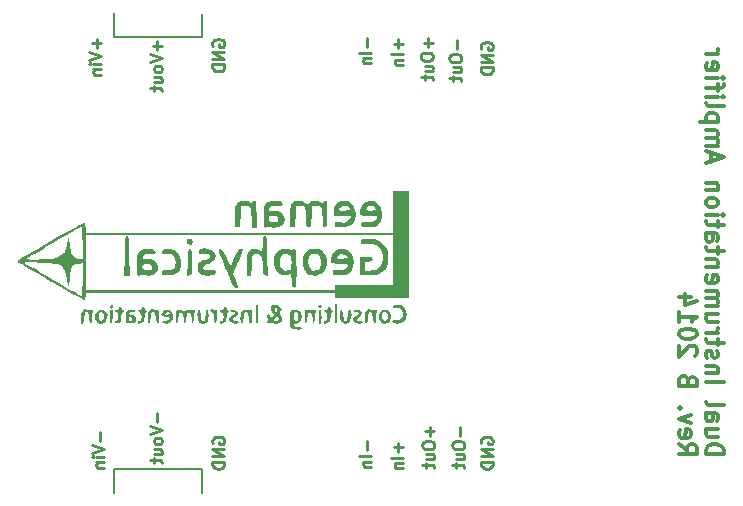
<source format=gbo>
G04 (created by PCBNEW (2013-07-07 BZR 4022)-stable) date 12/7/2014 8:29:54 AM*
%MOIN*%
G04 Gerber Fmt 3.4, Leading zero omitted, Abs format*
%FSLAX34Y34*%
G01*
G70*
G90*
G04 APERTURE LIST*
%ADD10C,0.00590551*%
%ADD11C,0.00787402*%
%ADD12C,0.011811*%
%ADD13C,0.01*%
%ADD14C,0.0001*%
G04 APERTURE END LIST*
G54D10*
G54D11*
X54900Y-51400D02*
X54900Y-52200D01*
X57850Y-52200D02*
X57850Y-51450D01*
X54900Y-52200D02*
X57850Y-52200D01*
X54900Y-67400D02*
X54900Y-66600D01*
X57850Y-67400D02*
X57850Y-66600D01*
X54900Y-66600D02*
X57850Y-66600D01*
X54900Y-67400D02*
X54900Y-66600D01*
G54D12*
X73740Y-65785D02*
X74022Y-65982D01*
X73740Y-66123D02*
X74331Y-66123D01*
X74331Y-65898D01*
X74303Y-65842D01*
X74275Y-65814D01*
X74219Y-65785D01*
X74134Y-65785D01*
X74078Y-65814D01*
X74050Y-65842D01*
X74022Y-65898D01*
X74022Y-66123D01*
X73769Y-65307D02*
X73740Y-65364D01*
X73740Y-65476D01*
X73769Y-65532D01*
X73825Y-65560D01*
X74050Y-65560D01*
X74106Y-65532D01*
X74134Y-65476D01*
X74134Y-65364D01*
X74106Y-65307D01*
X74050Y-65279D01*
X73994Y-65279D01*
X73937Y-65560D01*
X74134Y-65082D02*
X73740Y-64942D01*
X74134Y-64801D01*
X73797Y-64576D02*
X73769Y-64548D01*
X73740Y-64576D01*
X73769Y-64604D01*
X73797Y-64576D01*
X73740Y-64576D01*
X74050Y-63648D02*
X74022Y-63564D01*
X73994Y-63536D01*
X73937Y-63508D01*
X73853Y-63508D01*
X73797Y-63536D01*
X73769Y-63564D01*
X73740Y-63620D01*
X73740Y-63845D01*
X74331Y-63845D01*
X74331Y-63648D01*
X74303Y-63592D01*
X74275Y-63564D01*
X74219Y-63536D01*
X74162Y-63536D01*
X74106Y-63564D01*
X74078Y-63592D01*
X74050Y-63648D01*
X74050Y-63845D01*
X74275Y-62833D02*
X74303Y-62805D01*
X74331Y-62748D01*
X74331Y-62608D01*
X74303Y-62551D01*
X74275Y-62523D01*
X74219Y-62495D01*
X74162Y-62495D01*
X74078Y-62523D01*
X73740Y-62861D01*
X73740Y-62495D01*
X74331Y-62130D02*
X74331Y-62073D01*
X74303Y-62017D01*
X74275Y-61989D01*
X74219Y-61961D01*
X74106Y-61933D01*
X73965Y-61933D01*
X73853Y-61961D01*
X73797Y-61989D01*
X73769Y-62017D01*
X73740Y-62073D01*
X73740Y-62130D01*
X73769Y-62186D01*
X73797Y-62214D01*
X73853Y-62242D01*
X73965Y-62270D01*
X74106Y-62270D01*
X74219Y-62242D01*
X74275Y-62214D01*
X74303Y-62186D01*
X74331Y-62130D01*
X73740Y-61370D02*
X73740Y-61708D01*
X73740Y-61539D02*
X74331Y-61539D01*
X74247Y-61595D01*
X74190Y-61652D01*
X74162Y-61708D01*
X74134Y-60864D02*
X73740Y-60864D01*
X74359Y-61005D02*
X73937Y-61145D01*
X73937Y-60780D01*
X74640Y-66118D02*
X75230Y-66118D01*
X75230Y-65977D01*
X75202Y-65893D01*
X75146Y-65837D01*
X75090Y-65808D01*
X74977Y-65780D01*
X74893Y-65780D01*
X74780Y-65808D01*
X74724Y-65837D01*
X74668Y-65893D01*
X74640Y-65977D01*
X74640Y-66118D01*
X75034Y-65274D02*
X74640Y-65274D01*
X75034Y-65527D02*
X74724Y-65527D01*
X74668Y-65499D01*
X74640Y-65443D01*
X74640Y-65358D01*
X74668Y-65302D01*
X74696Y-65274D01*
X74640Y-64740D02*
X74949Y-64740D01*
X75005Y-64768D01*
X75034Y-64824D01*
X75034Y-64937D01*
X75005Y-64993D01*
X74668Y-64740D02*
X74640Y-64796D01*
X74640Y-64937D01*
X74668Y-64993D01*
X74724Y-65021D01*
X74780Y-65021D01*
X74837Y-64993D01*
X74865Y-64937D01*
X74865Y-64796D01*
X74893Y-64740D01*
X74640Y-64374D02*
X74668Y-64430D01*
X74724Y-64459D01*
X75230Y-64459D01*
X74640Y-63699D02*
X75230Y-63699D01*
X75034Y-63418D02*
X74640Y-63418D01*
X74977Y-63418D02*
X75005Y-63390D01*
X75034Y-63334D01*
X75034Y-63249D01*
X75005Y-63193D01*
X74949Y-63165D01*
X74640Y-63165D01*
X74668Y-62912D02*
X74640Y-62856D01*
X74640Y-62743D01*
X74668Y-62687D01*
X74724Y-62659D01*
X74752Y-62659D01*
X74809Y-62687D01*
X74837Y-62743D01*
X74837Y-62828D01*
X74865Y-62884D01*
X74921Y-62912D01*
X74949Y-62912D01*
X75005Y-62884D01*
X75034Y-62828D01*
X75034Y-62743D01*
X75005Y-62687D01*
X75034Y-62490D02*
X75034Y-62265D01*
X75230Y-62406D02*
X74724Y-62406D01*
X74668Y-62378D01*
X74640Y-62321D01*
X74640Y-62265D01*
X74640Y-62068D02*
X75034Y-62068D01*
X74921Y-62068D02*
X74977Y-62040D01*
X75005Y-62012D01*
X75034Y-61956D01*
X75034Y-61900D01*
X75034Y-61450D02*
X74640Y-61450D01*
X75034Y-61703D02*
X74724Y-61703D01*
X74668Y-61675D01*
X74640Y-61618D01*
X74640Y-61534D01*
X74668Y-61478D01*
X74696Y-61450D01*
X74640Y-61168D02*
X75034Y-61168D01*
X74977Y-61168D02*
X75005Y-61140D01*
X75034Y-61084D01*
X75034Y-61000D01*
X75005Y-60943D01*
X74949Y-60915D01*
X74640Y-60915D01*
X74949Y-60915D02*
X75005Y-60887D01*
X75034Y-60831D01*
X75034Y-60747D01*
X75005Y-60690D01*
X74949Y-60662D01*
X74640Y-60662D01*
X74668Y-60156D02*
X74640Y-60212D01*
X74640Y-60325D01*
X74668Y-60381D01*
X74724Y-60409D01*
X74949Y-60409D01*
X75005Y-60381D01*
X75034Y-60325D01*
X75034Y-60212D01*
X75005Y-60156D01*
X74949Y-60128D01*
X74893Y-60128D01*
X74837Y-60409D01*
X75034Y-59875D02*
X74640Y-59875D01*
X74977Y-59875D02*
X75005Y-59847D01*
X75034Y-59790D01*
X75034Y-59706D01*
X75005Y-59650D01*
X74949Y-59622D01*
X74640Y-59622D01*
X75034Y-59425D02*
X75034Y-59200D01*
X75230Y-59340D02*
X74724Y-59340D01*
X74668Y-59312D01*
X74640Y-59256D01*
X74640Y-59200D01*
X74640Y-58750D02*
X74949Y-58750D01*
X75005Y-58778D01*
X75034Y-58834D01*
X75034Y-58947D01*
X75005Y-59003D01*
X74668Y-58750D02*
X74640Y-58806D01*
X74640Y-58947D01*
X74668Y-59003D01*
X74724Y-59031D01*
X74780Y-59031D01*
X74837Y-59003D01*
X74865Y-58947D01*
X74865Y-58806D01*
X74893Y-58750D01*
X75034Y-58553D02*
X75034Y-58328D01*
X75230Y-58469D02*
X74724Y-58469D01*
X74668Y-58441D01*
X74640Y-58384D01*
X74640Y-58328D01*
X74640Y-58131D02*
X75034Y-58131D01*
X75230Y-58131D02*
X75202Y-58159D01*
X75174Y-58131D01*
X75202Y-58103D01*
X75230Y-58131D01*
X75174Y-58131D01*
X74640Y-57766D02*
X74668Y-57822D01*
X74696Y-57850D01*
X74752Y-57878D01*
X74921Y-57878D01*
X74977Y-57850D01*
X75005Y-57822D01*
X75034Y-57766D01*
X75034Y-57681D01*
X75005Y-57625D01*
X74977Y-57597D01*
X74921Y-57569D01*
X74752Y-57569D01*
X74696Y-57597D01*
X74668Y-57625D01*
X74640Y-57681D01*
X74640Y-57766D01*
X75034Y-57316D02*
X74640Y-57316D01*
X74977Y-57316D02*
X75005Y-57288D01*
X75034Y-57231D01*
X75034Y-57147D01*
X75005Y-57091D01*
X74949Y-57063D01*
X74640Y-57063D01*
X74809Y-56360D02*
X74809Y-56078D01*
X74640Y-56416D02*
X75230Y-56219D01*
X74640Y-56022D01*
X74640Y-55825D02*
X75034Y-55825D01*
X74977Y-55825D02*
X75005Y-55797D01*
X75034Y-55741D01*
X75034Y-55657D01*
X75005Y-55600D01*
X74949Y-55572D01*
X74640Y-55572D01*
X74949Y-55572D02*
X75005Y-55544D01*
X75034Y-55488D01*
X75034Y-55403D01*
X75005Y-55347D01*
X74949Y-55319D01*
X74640Y-55319D01*
X75034Y-55038D02*
X74443Y-55038D01*
X75005Y-55038D02*
X75034Y-54982D01*
X75034Y-54869D01*
X75005Y-54813D01*
X74977Y-54785D01*
X74921Y-54757D01*
X74752Y-54757D01*
X74696Y-54785D01*
X74668Y-54813D01*
X74640Y-54869D01*
X74640Y-54982D01*
X74668Y-55038D01*
X74640Y-54419D02*
X74668Y-54475D01*
X74724Y-54504D01*
X75230Y-54504D01*
X74640Y-54194D02*
X75034Y-54194D01*
X75230Y-54194D02*
X75202Y-54222D01*
X75174Y-54194D01*
X75202Y-54166D01*
X75230Y-54194D01*
X75174Y-54194D01*
X75034Y-53997D02*
X75034Y-53772D01*
X74640Y-53913D02*
X75146Y-53913D01*
X75202Y-53885D01*
X75230Y-53829D01*
X75230Y-53772D01*
X74640Y-53576D02*
X75034Y-53576D01*
X75230Y-53576D02*
X75202Y-53604D01*
X75174Y-53576D01*
X75202Y-53547D01*
X75230Y-53576D01*
X75174Y-53576D01*
X74668Y-53069D02*
X74640Y-53126D01*
X74640Y-53238D01*
X74668Y-53294D01*
X74724Y-53322D01*
X74949Y-53322D01*
X75005Y-53294D01*
X75034Y-53238D01*
X75034Y-53126D01*
X75005Y-53069D01*
X74949Y-53041D01*
X74893Y-53041D01*
X74837Y-53322D01*
X74640Y-52788D02*
X75034Y-52788D01*
X74921Y-52788D02*
X74977Y-52760D01*
X75005Y-52732D01*
X75034Y-52676D01*
X75034Y-52619D01*
G54D13*
X54438Y-65361D02*
X54438Y-65666D01*
X54191Y-65799D02*
X54591Y-65932D01*
X54191Y-66066D01*
X54591Y-66199D02*
X54324Y-66199D01*
X54191Y-66199D02*
X54210Y-66180D01*
X54229Y-66199D01*
X54210Y-66218D01*
X54191Y-66199D01*
X54229Y-66199D01*
X54324Y-66389D02*
X54591Y-66389D01*
X54362Y-66389D02*
X54343Y-66408D01*
X54324Y-66446D01*
X54324Y-66504D01*
X54343Y-66542D01*
X54381Y-66561D01*
X54591Y-66561D01*
X56359Y-64750D02*
X56359Y-65054D01*
X56111Y-65188D02*
X56511Y-65321D01*
X56111Y-65454D01*
X56511Y-65645D02*
X56492Y-65607D01*
X56473Y-65588D01*
X56435Y-65569D01*
X56321Y-65569D01*
X56283Y-65588D01*
X56264Y-65607D01*
X56245Y-65645D01*
X56245Y-65702D01*
X56264Y-65740D01*
X56283Y-65759D01*
X56321Y-65778D01*
X56435Y-65778D01*
X56473Y-65759D01*
X56492Y-65740D01*
X56511Y-65702D01*
X56511Y-65645D01*
X56245Y-66121D02*
X56511Y-66121D01*
X56245Y-65950D02*
X56454Y-65950D01*
X56492Y-65969D01*
X56511Y-66007D01*
X56511Y-66064D01*
X56492Y-66102D01*
X56473Y-66121D01*
X56245Y-66254D02*
X56245Y-66407D01*
X56111Y-66311D02*
X56454Y-66311D01*
X56492Y-66330D01*
X56511Y-66369D01*
X56511Y-66407D01*
X58210Y-65756D02*
X58191Y-65718D01*
X58191Y-65661D01*
X58210Y-65604D01*
X58248Y-65566D01*
X58286Y-65546D01*
X58362Y-65527D01*
X58419Y-65527D01*
X58496Y-65546D01*
X58534Y-65566D01*
X58572Y-65604D01*
X58591Y-65661D01*
X58591Y-65699D01*
X58572Y-65756D01*
X58553Y-65775D01*
X58419Y-65775D01*
X58419Y-65699D01*
X58591Y-65946D02*
X58191Y-65946D01*
X58591Y-66175D01*
X58191Y-66175D01*
X58591Y-66366D02*
X58191Y-66366D01*
X58191Y-66461D01*
X58210Y-66518D01*
X58248Y-66556D01*
X58286Y-66575D01*
X58362Y-66594D01*
X58419Y-66594D01*
X58496Y-66575D01*
X58534Y-66556D01*
X58572Y-66518D01*
X58591Y-66461D01*
X58591Y-66366D01*
X58210Y-52506D02*
X58191Y-52468D01*
X58191Y-52411D01*
X58210Y-52354D01*
X58248Y-52316D01*
X58286Y-52296D01*
X58362Y-52277D01*
X58419Y-52277D01*
X58496Y-52296D01*
X58534Y-52316D01*
X58572Y-52354D01*
X58591Y-52411D01*
X58591Y-52449D01*
X58572Y-52506D01*
X58553Y-52525D01*
X58419Y-52525D01*
X58419Y-52449D01*
X58591Y-52696D02*
X58191Y-52696D01*
X58591Y-52925D01*
X58191Y-52925D01*
X58591Y-53116D02*
X58191Y-53116D01*
X58191Y-53211D01*
X58210Y-53268D01*
X58248Y-53306D01*
X58286Y-53325D01*
X58362Y-53344D01*
X58419Y-53344D01*
X58496Y-53325D01*
X58534Y-53306D01*
X58572Y-53268D01*
X58591Y-53211D01*
X58591Y-53116D01*
X56359Y-52350D02*
X56359Y-52654D01*
X56511Y-52502D02*
X56207Y-52502D01*
X56111Y-52788D02*
X56511Y-52921D01*
X56111Y-53054D01*
X56511Y-53245D02*
X56492Y-53207D01*
X56473Y-53188D01*
X56435Y-53169D01*
X56321Y-53169D01*
X56283Y-53188D01*
X56264Y-53207D01*
X56245Y-53245D01*
X56245Y-53302D01*
X56264Y-53340D01*
X56283Y-53359D01*
X56321Y-53378D01*
X56435Y-53378D01*
X56473Y-53359D01*
X56492Y-53340D01*
X56511Y-53302D01*
X56511Y-53245D01*
X56245Y-53721D02*
X56511Y-53721D01*
X56245Y-53550D02*
X56454Y-53550D01*
X56492Y-53569D01*
X56511Y-53607D01*
X56511Y-53664D01*
X56492Y-53702D01*
X56473Y-53721D01*
X56245Y-53854D02*
X56245Y-54007D01*
X56111Y-53911D02*
X56454Y-53911D01*
X56492Y-53930D01*
X56511Y-53969D01*
X56511Y-54007D01*
X54338Y-52261D02*
X54338Y-52566D01*
X54491Y-52413D02*
X54186Y-52413D01*
X54091Y-52699D02*
X54491Y-52832D01*
X54091Y-52966D01*
X54491Y-53099D02*
X54224Y-53099D01*
X54091Y-53099D02*
X54110Y-53080D01*
X54129Y-53099D01*
X54110Y-53118D01*
X54091Y-53099D01*
X54129Y-53099D01*
X54224Y-53289D02*
X54491Y-53289D01*
X54262Y-53289D02*
X54243Y-53308D01*
X54224Y-53346D01*
X54224Y-53404D01*
X54243Y-53442D01*
X54281Y-53461D01*
X54491Y-53461D01*
X67160Y-52606D02*
X67141Y-52568D01*
X67141Y-52511D01*
X67160Y-52454D01*
X67198Y-52416D01*
X67236Y-52396D01*
X67312Y-52377D01*
X67369Y-52377D01*
X67446Y-52396D01*
X67484Y-52416D01*
X67522Y-52454D01*
X67541Y-52511D01*
X67541Y-52549D01*
X67522Y-52606D01*
X67503Y-52625D01*
X67369Y-52625D01*
X67369Y-52549D01*
X67541Y-52796D02*
X67141Y-52796D01*
X67541Y-53025D01*
X67141Y-53025D01*
X67541Y-53216D02*
X67141Y-53216D01*
X67141Y-53311D01*
X67160Y-53368D01*
X67198Y-53406D01*
X67236Y-53425D01*
X67312Y-53444D01*
X67369Y-53444D01*
X67446Y-53425D01*
X67484Y-53406D01*
X67522Y-53368D01*
X67541Y-53311D01*
X67541Y-53216D01*
X66338Y-52304D02*
X66338Y-52608D01*
X66091Y-52875D02*
X66091Y-52951D01*
X66110Y-52989D01*
X66148Y-53027D01*
X66224Y-53046D01*
X66357Y-53046D01*
X66434Y-53027D01*
X66472Y-52989D01*
X66491Y-52951D01*
X66491Y-52875D01*
X66472Y-52837D01*
X66434Y-52799D01*
X66357Y-52780D01*
X66224Y-52780D01*
X66148Y-52799D01*
X66110Y-52837D01*
X66091Y-52875D01*
X66224Y-53389D02*
X66491Y-53389D01*
X66224Y-53218D02*
X66434Y-53218D01*
X66472Y-53237D01*
X66491Y-53275D01*
X66491Y-53332D01*
X66472Y-53370D01*
X66453Y-53389D01*
X66224Y-53523D02*
X66224Y-53675D01*
X66091Y-53580D02*
X66434Y-53580D01*
X66472Y-53599D01*
X66491Y-53637D01*
X66491Y-53675D01*
X65388Y-52254D02*
X65388Y-52558D01*
X65541Y-52406D02*
X65236Y-52406D01*
X65141Y-52825D02*
X65141Y-52901D01*
X65160Y-52939D01*
X65198Y-52977D01*
X65274Y-52996D01*
X65407Y-52996D01*
X65484Y-52977D01*
X65522Y-52939D01*
X65541Y-52901D01*
X65541Y-52825D01*
X65522Y-52787D01*
X65484Y-52749D01*
X65407Y-52730D01*
X65274Y-52730D01*
X65198Y-52749D01*
X65160Y-52787D01*
X65141Y-52825D01*
X65274Y-53339D02*
X65541Y-53339D01*
X65274Y-53168D02*
X65484Y-53168D01*
X65522Y-53187D01*
X65541Y-53225D01*
X65541Y-53282D01*
X65522Y-53320D01*
X65503Y-53339D01*
X65274Y-53473D02*
X65274Y-53625D01*
X65141Y-53530D02*
X65484Y-53530D01*
X65522Y-53549D01*
X65541Y-53587D01*
X65541Y-53625D01*
X64388Y-52282D02*
X64388Y-52587D01*
X64541Y-52435D02*
X64236Y-52435D01*
X64541Y-52777D02*
X64141Y-52777D01*
X64274Y-52968D02*
X64541Y-52968D01*
X64312Y-52968D02*
X64293Y-52987D01*
X64274Y-53025D01*
X64274Y-53082D01*
X64293Y-53120D01*
X64331Y-53139D01*
X64541Y-53139D01*
X63338Y-52232D02*
X63338Y-52537D01*
X63491Y-52727D02*
X63091Y-52727D01*
X63224Y-52918D02*
X63491Y-52918D01*
X63262Y-52918D02*
X63243Y-52937D01*
X63224Y-52975D01*
X63224Y-53032D01*
X63243Y-53070D01*
X63281Y-53089D01*
X63491Y-53089D01*
X67160Y-65756D02*
X67141Y-65718D01*
X67141Y-65661D01*
X67160Y-65604D01*
X67198Y-65566D01*
X67236Y-65546D01*
X67312Y-65527D01*
X67369Y-65527D01*
X67446Y-65546D01*
X67484Y-65566D01*
X67522Y-65604D01*
X67541Y-65661D01*
X67541Y-65699D01*
X67522Y-65756D01*
X67503Y-65775D01*
X67369Y-65775D01*
X67369Y-65699D01*
X67541Y-65946D02*
X67141Y-65946D01*
X67541Y-66175D01*
X67141Y-66175D01*
X67541Y-66366D02*
X67141Y-66366D01*
X67141Y-66461D01*
X67160Y-66518D01*
X67198Y-66556D01*
X67236Y-66575D01*
X67312Y-66594D01*
X67369Y-66594D01*
X67446Y-66575D01*
X67484Y-66556D01*
X67522Y-66518D01*
X67541Y-66461D01*
X67541Y-66366D01*
X66438Y-65204D02*
X66438Y-65508D01*
X66191Y-65775D02*
X66191Y-65851D01*
X66210Y-65889D01*
X66248Y-65927D01*
X66324Y-65946D01*
X66457Y-65946D01*
X66534Y-65927D01*
X66572Y-65889D01*
X66591Y-65851D01*
X66591Y-65775D01*
X66572Y-65737D01*
X66534Y-65699D01*
X66457Y-65680D01*
X66324Y-65680D01*
X66248Y-65699D01*
X66210Y-65737D01*
X66191Y-65775D01*
X66324Y-66289D02*
X66591Y-66289D01*
X66324Y-66118D02*
X66534Y-66118D01*
X66572Y-66137D01*
X66591Y-66175D01*
X66591Y-66232D01*
X66572Y-66270D01*
X66553Y-66289D01*
X66324Y-66423D02*
X66324Y-66575D01*
X66191Y-66480D02*
X66534Y-66480D01*
X66572Y-66499D01*
X66591Y-66537D01*
X66591Y-66575D01*
X65438Y-65204D02*
X65438Y-65508D01*
X65591Y-65356D02*
X65286Y-65356D01*
X65191Y-65775D02*
X65191Y-65851D01*
X65210Y-65889D01*
X65248Y-65927D01*
X65324Y-65946D01*
X65457Y-65946D01*
X65534Y-65927D01*
X65572Y-65889D01*
X65591Y-65851D01*
X65591Y-65775D01*
X65572Y-65737D01*
X65534Y-65699D01*
X65457Y-65680D01*
X65324Y-65680D01*
X65248Y-65699D01*
X65210Y-65737D01*
X65191Y-65775D01*
X65324Y-66289D02*
X65591Y-66289D01*
X65324Y-66118D02*
X65534Y-66118D01*
X65572Y-66137D01*
X65591Y-66175D01*
X65591Y-66232D01*
X65572Y-66270D01*
X65553Y-66289D01*
X65324Y-66423D02*
X65324Y-66575D01*
X65191Y-66480D02*
X65534Y-66480D01*
X65572Y-66499D01*
X65591Y-66537D01*
X65591Y-66575D01*
X63338Y-65682D02*
X63338Y-65987D01*
X63491Y-66177D02*
X63091Y-66177D01*
X63224Y-66368D02*
X63491Y-66368D01*
X63262Y-66368D02*
X63243Y-66387D01*
X63224Y-66425D01*
X63224Y-66482D01*
X63243Y-66520D01*
X63281Y-66539D01*
X63491Y-66539D01*
X64388Y-65732D02*
X64388Y-66037D01*
X64541Y-65885D02*
X64236Y-65885D01*
X64541Y-66227D02*
X64141Y-66227D01*
X64274Y-66418D02*
X64541Y-66418D01*
X64312Y-66418D02*
X64293Y-66437D01*
X64274Y-66475D01*
X64274Y-66532D01*
X64293Y-66570D01*
X64331Y-66589D01*
X64541Y-66589D01*
G54D14*
G36*
X61177Y-61531D02*
X61154Y-61657D01*
X61086Y-61734D01*
X61056Y-61741D01*
X61056Y-61527D01*
X61055Y-61515D01*
X61043Y-61425D01*
X61016Y-61385D01*
X60979Y-61378D01*
X60933Y-61391D01*
X60909Y-61443D01*
X60901Y-61507D01*
X60908Y-61616D01*
X60947Y-61672D01*
X61017Y-61671D01*
X61019Y-61670D01*
X61051Y-61626D01*
X61056Y-61527D01*
X61056Y-61741D01*
X60975Y-61761D01*
X60972Y-61761D01*
X60910Y-61780D01*
X60898Y-61824D01*
X60937Y-61867D01*
X60962Y-61878D01*
X61050Y-61885D01*
X61095Y-61878D01*
X61149Y-61875D01*
X61162Y-61909D01*
X61133Y-61944D01*
X61063Y-61960D01*
X60973Y-61958D01*
X60886Y-61936D01*
X60843Y-61914D01*
X60811Y-61880D01*
X60791Y-61829D01*
X60781Y-61743D01*
X60779Y-61608D01*
X60779Y-61589D01*
X60779Y-61453D01*
X60785Y-61370D01*
X60799Y-61326D01*
X60825Y-61308D01*
X60862Y-61301D01*
X61010Y-61296D01*
X61106Y-61326D01*
X61159Y-61396D01*
X61177Y-61513D01*
X61177Y-61531D01*
X61177Y-61531D01*
X61177Y-61531D01*
G37*
G36*
X54198Y-61299D02*
X54188Y-61521D01*
X54179Y-61646D01*
X54163Y-61716D01*
X54138Y-61743D01*
X54129Y-61744D01*
X54095Y-61724D01*
X54079Y-61655D01*
X54075Y-61591D01*
X54065Y-61462D01*
X54038Y-61389D01*
X53991Y-61362D01*
X53978Y-61361D01*
X53948Y-61385D01*
X53929Y-61462D01*
X53922Y-61550D01*
X53907Y-61664D01*
X53881Y-61738D01*
X53848Y-61762D01*
X53815Y-61729D01*
X53808Y-61712D01*
X53795Y-61626D01*
X53803Y-61516D01*
X53826Y-61407D01*
X53862Y-61326D01*
X53880Y-61306D01*
X53940Y-61280D01*
X53972Y-61284D01*
X54027Y-61298D01*
X54101Y-61301D01*
X54198Y-61299D01*
X54198Y-61299D01*
X54198Y-61299D01*
G37*
G36*
X54695Y-61474D02*
X54690Y-61587D01*
X54643Y-61687D01*
X54583Y-61732D01*
X54583Y-61490D01*
X54551Y-61413D01*
X54499Y-61370D01*
X54468Y-61367D01*
X54426Y-61405D01*
X54402Y-61481D01*
X54401Y-61567D01*
X54424Y-61639D01*
X54429Y-61644D01*
X54486Y-61675D01*
X54543Y-61650D01*
X54582Y-61577D01*
X54583Y-61490D01*
X54583Y-61732D01*
X54566Y-61745D01*
X54466Y-61760D01*
X54371Y-61728D01*
X54348Y-61709D01*
X54283Y-61607D01*
X54268Y-61498D01*
X54299Y-61399D01*
X54372Y-61327D01*
X54458Y-61300D01*
X54571Y-61316D01*
X54653Y-61379D01*
X54695Y-61474D01*
X54695Y-61474D01*
X54695Y-61474D01*
G37*
G36*
X54868Y-61336D02*
X54865Y-61380D01*
X54862Y-61470D01*
X54862Y-61561D01*
X54856Y-61686D01*
X54839Y-61750D01*
X54807Y-61756D01*
X54784Y-61739D01*
X54773Y-61696D01*
X54765Y-61607D01*
X54762Y-61503D01*
X54764Y-61386D01*
X54774Y-61323D01*
X54795Y-61300D01*
X54818Y-61300D01*
X54863Y-61321D01*
X54868Y-61336D01*
X54868Y-61336D01*
X54868Y-61336D01*
G37*
G36*
X55256Y-61313D02*
X55251Y-61353D01*
X55214Y-61384D01*
X55181Y-61436D01*
X55159Y-61536D01*
X55156Y-61578D01*
X55147Y-61677D01*
X55128Y-61727D01*
X55088Y-61748D01*
X55037Y-61755D01*
X54959Y-61753D01*
X54930Y-61725D01*
X54929Y-61711D01*
X54954Y-61670D01*
X54987Y-61668D01*
X55026Y-61660D01*
X55047Y-61612D01*
X55055Y-61540D01*
X55056Y-61450D01*
X55037Y-61404D01*
X54994Y-61384D01*
X54947Y-61353D01*
X54954Y-61315D01*
X55008Y-61294D01*
X55014Y-61294D01*
X55056Y-61267D01*
X55062Y-61242D01*
X55086Y-61202D01*
X55120Y-61202D01*
X55165Y-61231D01*
X55170Y-61254D01*
X55189Y-61289D01*
X55212Y-61294D01*
X55256Y-61313D01*
X55256Y-61313D01*
X55256Y-61313D01*
G37*
G36*
X55644Y-61650D02*
X55633Y-61681D01*
X55600Y-61730D01*
X55548Y-61751D01*
X55522Y-61751D01*
X55522Y-61633D01*
X55517Y-61580D01*
X55482Y-61534D01*
X55462Y-61528D01*
X55419Y-61553D01*
X55404Y-61608D01*
X55425Y-61658D01*
X55432Y-61663D01*
X55489Y-61672D01*
X55522Y-61633D01*
X55522Y-61751D01*
X55454Y-61753D01*
X55446Y-61753D01*
X55295Y-61746D01*
X55295Y-61560D01*
X55302Y-61450D01*
X55319Y-61365D01*
X55335Y-61334D01*
X55388Y-61308D01*
X55466Y-61295D01*
X55545Y-61296D01*
X55605Y-61309D01*
X55621Y-61335D01*
X55581Y-61364D01*
X55512Y-61376D01*
X55439Y-61390D01*
X55404Y-61419D01*
X55421Y-61451D01*
X55491Y-61461D01*
X55590Y-61487D01*
X55644Y-61555D01*
X55644Y-61650D01*
X55644Y-61650D01*
X55644Y-61650D01*
G37*
G36*
X55995Y-61344D02*
X55977Y-61389D01*
X55962Y-61394D01*
X55942Y-61424D01*
X55930Y-61499D01*
X55929Y-61538D01*
X55920Y-61636D01*
X55898Y-61708D01*
X55889Y-61721D01*
X55828Y-61754D01*
X55758Y-61759D01*
X55706Y-61737D01*
X55695Y-61711D01*
X55723Y-61670D01*
X55762Y-61661D01*
X55806Y-61649D01*
X55825Y-61603D01*
X55829Y-61531D01*
X55820Y-61441D01*
X55790Y-61396D01*
X55762Y-61385D01*
X55708Y-61355D01*
X55695Y-61331D01*
X55723Y-61301D01*
X55762Y-61294D01*
X55816Y-61273D01*
X55829Y-61244D01*
X55855Y-61200D01*
X55879Y-61194D01*
X55923Y-61221D01*
X55929Y-61244D01*
X55946Y-61289D01*
X55962Y-61294D01*
X55991Y-61321D01*
X55995Y-61344D01*
X55995Y-61344D01*
X55995Y-61344D01*
G37*
G36*
X56412Y-61528D02*
X56408Y-61649D01*
X56397Y-61717D01*
X56373Y-61743D01*
X56362Y-61744D01*
X56329Y-61723D01*
X56307Y-61651D01*
X56295Y-61561D01*
X56282Y-61454D01*
X56262Y-61398D01*
X56230Y-61379D01*
X56212Y-61378D01*
X56173Y-61386D01*
X56151Y-61422D01*
X56140Y-61501D01*
X56135Y-61569D01*
X56124Y-61690D01*
X56103Y-61751D01*
X56072Y-61755D01*
X56051Y-61739D01*
X56038Y-61695D01*
X56030Y-61608D01*
X56029Y-61555D01*
X56045Y-61429D01*
X56088Y-61334D01*
X56150Y-61282D01*
X56214Y-61283D01*
X56293Y-61302D01*
X56340Y-61307D01*
X56379Y-61315D01*
X56400Y-61343D01*
X56410Y-61408D01*
X56412Y-61523D01*
X56412Y-61528D01*
X56412Y-61528D01*
X56412Y-61528D01*
G37*
G36*
X56892Y-61485D02*
X56884Y-61598D01*
X56827Y-61691D01*
X56729Y-61749D01*
X56647Y-61761D01*
X56564Y-61752D01*
X56514Y-61730D01*
X56512Y-61727D01*
X56519Y-61693D01*
X56561Y-61667D01*
X56608Y-61666D01*
X56618Y-61672D01*
X56661Y-61676D01*
X56716Y-61646D01*
X56756Y-61599D01*
X56762Y-61576D01*
X56762Y-61429D01*
X56738Y-61383D01*
X56684Y-61377D01*
X56635Y-61407D01*
X56603Y-61446D01*
X56623Y-61459D01*
X56671Y-61461D01*
X56737Y-61451D01*
X56762Y-61429D01*
X56762Y-61576D01*
X56738Y-61542D01*
X56662Y-61528D01*
X56629Y-61528D01*
X56532Y-61515D01*
X56494Y-61474D01*
X56511Y-61397D01*
X56530Y-61359D01*
X56591Y-61307D01*
X56681Y-61292D01*
X56774Y-61313D01*
X56843Y-61368D01*
X56892Y-61485D01*
X56892Y-61485D01*
X56892Y-61485D01*
G37*
G36*
X57598Y-61309D02*
X57588Y-61524D01*
X57576Y-61655D01*
X57554Y-61734D01*
X57537Y-61753D01*
X57510Y-61739D01*
X57497Y-61670D01*
X57495Y-61601D01*
X57483Y-61469D01*
X57446Y-61395D01*
X57444Y-61393D01*
X57390Y-61369D01*
X57352Y-61403D01*
X57329Y-61499D01*
X57322Y-61575D01*
X57306Y-61689D01*
X57281Y-61748D01*
X57255Y-61750D01*
X57235Y-61693D01*
X57229Y-61601D01*
X57216Y-61469D01*
X57179Y-61395D01*
X57177Y-61393D01*
X57123Y-61369D01*
X57086Y-61403D01*
X57063Y-61499D01*
X57055Y-61575D01*
X57041Y-61680D01*
X57015Y-61744D01*
X57002Y-61753D01*
X56979Y-61745D01*
X56968Y-61696D01*
X56967Y-61594D01*
X56969Y-61539D01*
X56975Y-61419D01*
X56986Y-61349D01*
X57008Y-61316D01*
X57048Y-61303D01*
X57072Y-61300D01*
X57157Y-61305D01*
X57211Y-61327D01*
X57260Y-61345D01*
X57277Y-61330D01*
X57320Y-61311D01*
X57405Y-61302D01*
X57448Y-61302D01*
X57598Y-61309D01*
X57598Y-61309D01*
X57598Y-61309D01*
G37*
G36*
X58062Y-61493D02*
X58058Y-61611D01*
X58042Y-61680D01*
X58010Y-61718D01*
X57997Y-61726D01*
X57883Y-61759D01*
X57782Y-61735D01*
X57748Y-61708D01*
X57716Y-61648D01*
X57697Y-61556D01*
X57692Y-61455D01*
X57701Y-61364D01*
X57724Y-61306D01*
X57745Y-61294D01*
X57777Y-61313D01*
X57792Y-61376D01*
X57795Y-61454D01*
X57808Y-61585D01*
X57844Y-61660D01*
X57902Y-61675D01*
X57916Y-61671D01*
X57947Y-61627D01*
X57961Y-61522D01*
X57962Y-61474D01*
X57966Y-61365D01*
X57983Y-61309D01*
X58012Y-61294D01*
X58041Y-61310D01*
X58057Y-61364D01*
X58062Y-61471D01*
X58062Y-61493D01*
X58062Y-61493D01*
X58062Y-61493D01*
G37*
G36*
X58359Y-61374D02*
X58357Y-61475D01*
X58355Y-61517D01*
X58343Y-61649D01*
X58322Y-61730D01*
X58298Y-61757D01*
X58276Y-61726D01*
X58259Y-61634D01*
X58255Y-61588D01*
X58244Y-61479D01*
X58221Y-61416D01*
X58179Y-61382D01*
X58170Y-61378D01*
X58120Y-61340D01*
X58110Y-61303D01*
X58142Y-61287D01*
X58166Y-61291D01*
X58235Y-61299D01*
X58288Y-61299D01*
X58329Y-61301D01*
X58351Y-61321D01*
X58359Y-61374D01*
X58359Y-61374D01*
X58359Y-61374D01*
G37*
G36*
X58729Y-61344D02*
X58711Y-61389D01*
X58695Y-61394D01*
X58675Y-61424D01*
X58663Y-61499D01*
X58662Y-61538D01*
X58653Y-61636D01*
X58631Y-61708D01*
X58622Y-61721D01*
X58561Y-61754D01*
X58491Y-61759D01*
X58440Y-61737D01*
X58429Y-61711D01*
X58456Y-61670D01*
X58495Y-61661D01*
X58539Y-61650D01*
X58558Y-61604D01*
X58562Y-61528D01*
X58556Y-61440D01*
X58534Y-61402D01*
X58495Y-61394D01*
X58441Y-61373D01*
X58429Y-61344D01*
X58456Y-61303D01*
X58495Y-61294D01*
X58549Y-61273D01*
X58562Y-61244D01*
X58589Y-61200D01*
X58612Y-61194D01*
X58656Y-61221D01*
X58662Y-61244D01*
X58680Y-61289D01*
X58695Y-61294D01*
X58725Y-61321D01*
X58729Y-61344D01*
X58729Y-61344D01*
X58729Y-61344D01*
G37*
G36*
X59062Y-61709D02*
X59035Y-61748D01*
X58969Y-61762D01*
X58886Y-61753D01*
X58810Y-61721D01*
X58781Y-61697D01*
X58747Y-61619D01*
X58772Y-61540D01*
X58848Y-61475D01*
X58883Y-61459D01*
X58938Y-61420D01*
X58936Y-61383D01*
X58881Y-61366D01*
X58854Y-61368D01*
X58792Y-61358D01*
X58770Y-61334D01*
X58784Y-61305D01*
X58839Y-61296D01*
X58914Y-61305D01*
X58987Y-61328D01*
X59038Y-61364D01*
X59042Y-61369D01*
X59057Y-61446D01*
X59019Y-61514D01*
X58940Y-61554D01*
X58933Y-61555D01*
X58877Y-61582D01*
X58862Y-61613D01*
X58879Y-61653D01*
X58940Y-61666D01*
X59004Y-61663D01*
X59053Y-61681D01*
X59062Y-61709D01*
X59062Y-61709D01*
X59062Y-61709D01*
G37*
G36*
X59512Y-61312D02*
X59505Y-61511D01*
X59501Y-61622D01*
X59498Y-61706D01*
X59497Y-61739D01*
X59471Y-61756D01*
X59454Y-61753D01*
X59427Y-61714D01*
X59404Y-61628D01*
X59395Y-61558D01*
X59382Y-61452D01*
X59362Y-61398D01*
X59328Y-61379D01*
X59312Y-61378D01*
X59273Y-61386D01*
X59251Y-61422D01*
X59240Y-61501D01*
X59235Y-61569D01*
X59224Y-61690D01*
X59203Y-61751D01*
X59172Y-61755D01*
X59151Y-61739D01*
X59132Y-61685D01*
X59127Y-61592D01*
X59133Y-61485D01*
X59148Y-61390D01*
X59172Y-61333D01*
X59175Y-61330D01*
X59236Y-61308D01*
X59332Y-61300D01*
X59367Y-61302D01*
X59512Y-61312D01*
X59512Y-61312D01*
X59512Y-61312D01*
G37*
G36*
X59724Y-61250D02*
X59723Y-61377D01*
X59721Y-61433D01*
X59712Y-61602D01*
X59696Y-61708D01*
X59673Y-61752D01*
X59670Y-61753D01*
X59650Y-61742D01*
X59637Y-61689D01*
X59630Y-61584D01*
X59629Y-61447D01*
X59630Y-61296D01*
X59636Y-61200D01*
X59649Y-61148D01*
X59670Y-61129D01*
X59680Y-61128D01*
X59704Y-61137D01*
X59718Y-61174D01*
X59724Y-61250D01*
X59724Y-61250D01*
X59724Y-61250D01*
G37*
G36*
X60524Y-61579D02*
X60506Y-61661D01*
X60468Y-61706D01*
X60396Y-61743D01*
X60395Y-61743D01*
X60395Y-61593D01*
X60379Y-61526D01*
X60356Y-61521D01*
X60356Y-61286D01*
X60335Y-61227D01*
X60312Y-61211D01*
X60282Y-61239D01*
X60268Y-61286D01*
X60276Y-61347D01*
X60312Y-61361D01*
X60353Y-61338D01*
X60356Y-61286D01*
X60356Y-61521D01*
X60334Y-61518D01*
X60276Y-61564D01*
X60237Y-61617D01*
X60246Y-61650D01*
X60260Y-61660D01*
X60331Y-61675D01*
X60383Y-61640D01*
X60395Y-61593D01*
X60395Y-61743D01*
X60304Y-61759D01*
X60221Y-61752D01*
X60177Y-61725D01*
X60143Y-61706D01*
X60118Y-61725D01*
X60065Y-61755D01*
X60015Y-61757D01*
X59995Y-61734D01*
X60016Y-61690D01*
X60035Y-61667D01*
X60058Y-61622D01*
X60035Y-61588D01*
X60001Y-61527D01*
X60000Y-61465D01*
X60031Y-61429D01*
X60043Y-61428D01*
X60090Y-61455D01*
X60113Y-61497D01*
X60134Y-61544D01*
X60164Y-61537D01*
X60195Y-61511D01*
X60236Y-61467D01*
X60230Y-61432D01*
X60192Y-61391D01*
X60135Y-61301D01*
X60137Y-61216D01*
X60193Y-61153D01*
X60295Y-61128D01*
X60299Y-61128D01*
X60388Y-61148D01*
X60461Y-61198D01*
X60495Y-61260D01*
X60495Y-61265D01*
X60481Y-61319D01*
X60459Y-61366D01*
X60442Y-61434D01*
X60476Y-61491D01*
X60524Y-61579D01*
X60524Y-61579D01*
X60524Y-61579D01*
G37*
G36*
X61631Y-61305D02*
X61622Y-61522D01*
X61609Y-61654D01*
X61588Y-61733D01*
X61570Y-61753D01*
X61543Y-61739D01*
X61530Y-61670D01*
X61529Y-61601D01*
X61516Y-61469D01*
X61479Y-61395D01*
X61477Y-61393D01*
X61423Y-61369D01*
X61386Y-61403D01*
X61363Y-61499D01*
X61355Y-61575D01*
X61341Y-61680D01*
X61315Y-61744D01*
X61302Y-61753D01*
X61279Y-61745D01*
X61268Y-61696D01*
X61267Y-61594D01*
X61269Y-61539D01*
X61279Y-61311D01*
X61455Y-61308D01*
X61631Y-61305D01*
X61631Y-61305D01*
X61631Y-61305D01*
G37*
G36*
X61829Y-61528D02*
X61824Y-61664D01*
X61810Y-61740D01*
X61783Y-61760D01*
X61751Y-61739D01*
X61739Y-61696D01*
X61731Y-61607D01*
X61729Y-61505D01*
X61732Y-61386D01*
X61744Y-61320D01*
X61769Y-61295D01*
X61779Y-61294D01*
X61806Y-61308D01*
X61821Y-61357D01*
X61828Y-61454D01*
X61829Y-61528D01*
X61829Y-61528D01*
X61829Y-61528D01*
G37*
G36*
X62227Y-61348D02*
X62212Y-61368D01*
X62187Y-61379D01*
X62146Y-61417D01*
X62130Y-61500D01*
X62129Y-61541D01*
X62119Y-61638D01*
X62097Y-61709D01*
X62089Y-61721D01*
X62027Y-61754D01*
X61957Y-61759D01*
X61906Y-61736D01*
X61895Y-61709D01*
X61921Y-61670D01*
X61954Y-61668D01*
X61993Y-61660D01*
X62014Y-61612D01*
X62022Y-61540D01*
X62023Y-61449D01*
X62003Y-61404D01*
X61964Y-61385D01*
X61906Y-61353D01*
X61901Y-61316D01*
X61949Y-61295D01*
X61962Y-61294D01*
X62016Y-61273D01*
X62029Y-61244D01*
X62055Y-61200D01*
X62079Y-61194D01*
X62123Y-61215D01*
X62129Y-61232D01*
X62153Y-61281D01*
X62187Y-61313D01*
X62227Y-61348D01*
X62227Y-61348D01*
X62227Y-61348D01*
G37*
G36*
X62357Y-61338D02*
X62355Y-61416D01*
X62346Y-61589D01*
X62331Y-61699D01*
X62309Y-61749D01*
X62304Y-61753D01*
X62284Y-61742D01*
X62271Y-61690D01*
X62264Y-61587D01*
X62262Y-61430D01*
X62263Y-61275D01*
X62269Y-61175D01*
X62281Y-61119D01*
X62300Y-61096D01*
X62313Y-61094D01*
X62337Y-61104D01*
X62351Y-61140D01*
X62357Y-61214D01*
X62357Y-61338D01*
X62357Y-61338D01*
X62357Y-61338D01*
G37*
G36*
X62829Y-61451D02*
X62817Y-61570D01*
X62788Y-61667D01*
X62777Y-61687D01*
X62698Y-61749D01*
X62602Y-61760D01*
X62512Y-61720D01*
X62477Y-61680D01*
X62446Y-61601D01*
X62433Y-61503D01*
X62438Y-61408D01*
X62460Y-61337D01*
X62495Y-61311D01*
X62528Y-61331D01*
X62547Y-61399D01*
X62555Y-61486D01*
X62565Y-61590D01*
X62584Y-61643D01*
X62617Y-61660D01*
X62629Y-61661D01*
X62667Y-61650D01*
X62688Y-61607D01*
X62700Y-61517D01*
X62702Y-61486D01*
X62713Y-61377D01*
X62736Y-61320D01*
X62770Y-61300D01*
X62806Y-61304D01*
X62823Y-61342D01*
X62828Y-61429D01*
X62829Y-61451D01*
X62829Y-61451D01*
X62829Y-61451D01*
G37*
G36*
X63195Y-61709D02*
X63167Y-61744D01*
X63100Y-61761D01*
X63020Y-61757D01*
X62950Y-61733D01*
X62935Y-61721D01*
X62893Y-61640D01*
X62908Y-61557D01*
X62974Y-61493D01*
X62995Y-61484D01*
X63067Y-61443D01*
X63079Y-61404D01*
X63032Y-61380D01*
X62995Y-61377D01*
X62929Y-61361D01*
X62903Y-61335D01*
X62919Y-61306D01*
X62977Y-61294D01*
X63052Y-61298D01*
X63123Y-61317D01*
X63161Y-61343D01*
X63191Y-61421D01*
X63161Y-61498D01*
X63086Y-61554D01*
X63010Y-61603D01*
X62997Y-61642D01*
X63044Y-61663D01*
X63137Y-61663D01*
X63186Y-61681D01*
X63195Y-61709D01*
X63195Y-61709D01*
X63195Y-61709D01*
G37*
G36*
X63665Y-61299D02*
X63655Y-61521D01*
X63646Y-61646D01*
X63630Y-61716D01*
X63605Y-61743D01*
X63595Y-61744D01*
X63562Y-61723D01*
X63540Y-61651D01*
X63529Y-61561D01*
X63512Y-61447D01*
X63487Y-61386D01*
X63455Y-61367D01*
X63422Y-61372D01*
X63403Y-61411D01*
X63392Y-61497D01*
X63389Y-61548D01*
X63373Y-61676D01*
X63344Y-61746D01*
X63304Y-61754D01*
X63285Y-61739D01*
X63271Y-61695D01*
X63263Y-61608D01*
X63262Y-61555D01*
X63276Y-61441D01*
X63314Y-61347D01*
X63365Y-61287D01*
X63421Y-61275D01*
X63435Y-61281D01*
X63493Y-61297D01*
X63568Y-61301D01*
X63665Y-61299D01*
X63665Y-61299D01*
X63665Y-61299D01*
G37*
G36*
X64155Y-61478D02*
X64150Y-61589D01*
X64103Y-61684D01*
X64037Y-61733D01*
X64037Y-61486D01*
X64009Y-61406D01*
X63962Y-61363D01*
X63947Y-61361D01*
X63890Y-61390D01*
X63851Y-61460D01*
X63842Y-61545D01*
X63848Y-61570D01*
X63893Y-61652D01*
X63951Y-61679D01*
X64005Y-61653D01*
X64036Y-61581D01*
X64037Y-61486D01*
X64037Y-61733D01*
X64020Y-61746D01*
X63945Y-61761D01*
X63859Y-61738D01*
X63795Y-61694D01*
X63737Y-61597D01*
X63729Y-61491D01*
X63766Y-61393D01*
X63841Y-61321D01*
X63945Y-61294D01*
X64051Y-61316D01*
X64110Y-61368D01*
X64155Y-61478D01*
X64155Y-61478D01*
X64155Y-61478D01*
G37*
G36*
X64662Y-61450D02*
X64636Y-61597D01*
X64563Y-61699D01*
X64446Y-61753D01*
X64369Y-61761D01*
X64280Y-61756D01*
X64223Y-61743D01*
X64217Y-61739D01*
X64189Y-61686D01*
X64218Y-61653D01*
X64295Y-61648D01*
X64308Y-61650D01*
X64406Y-61651D01*
X64481Y-61608D01*
X64491Y-61598D01*
X64551Y-61500D01*
X64556Y-61399D01*
X64513Y-61311D01*
X64432Y-61251D01*
X64321Y-61237D01*
X64306Y-61239D01*
X64229Y-61246D01*
X64201Y-61230D01*
X64202Y-61201D01*
X64235Y-61158D01*
X64321Y-61137D01*
X64348Y-61134D01*
X64486Y-61152D01*
X64588Y-61222D01*
X64648Y-61340D01*
X64662Y-61450D01*
X64662Y-61450D01*
X64662Y-61450D01*
G37*
G36*
X54884Y-61204D02*
X54860Y-61250D01*
X54829Y-61261D01*
X54786Y-61237D01*
X54777Y-61225D01*
X54773Y-61174D01*
X54808Y-61140D01*
X54856Y-61144D01*
X54866Y-61151D01*
X54884Y-61204D01*
X54884Y-61204D01*
X54884Y-61204D01*
G37*
G36*
X61829Y-61176D02*
X61810Y-61230D01*
X61771Y-61249D01*
X61750Y-61238D01*
X61728Y-61185D01*
X61748Y-61138D01*
X61779Y-61128D01*
X61823Y-61153D01*
X61829Y-61176D01*
X61829Y-61176D01*
X61829Y-61176D01*
G37*
G36*
X64729Y-60894D02*
X64195Y-60894D01*
X64195Y-60461D01*
X64195Y-59628D01*
X64195Y-58795D01*
X59079Y-58795D01*
X53962Y-58795D01*
X53962Y-59711D01*
X53962Y-60628D01*
X58112Y-60628D01*
X62262Y-60628D01*
X62262Y-60544D01*
X62262Y-60461D01*
X63229Y-60461D01*
X64195Y-60461D01*
X64195Y-60894D01*
X63495Y-60894D01*
X62262Y-60894D01*
X62262Y-60811D01*
X62262Y-60728D01*
X58112Y-60728D01*
X53962Y-60728D01*
X53962Y-60842D01*
X53955Y-60924D01*
X53937Y-60972D01*
X53934Y-60974D01*
X53900Y-60962D01*
X53862Y-60942D01*
X53862Y-60444D01*
X53862Y-60299D01*
X53862Y-59736D01*
X53862Y-59614D01*
X53862Y-59071D01*
X53861Y-58889D01*
X53858Y-58733D01*
X53854Y-58614D01*
X53850Y-58543D01*
X53846Y-58528D01*
X53814Y-58543D01*
X53734Y-58588D01*
X53612Y-58656D01*
X53459Y-58744D01*
X53281Y-58845D01*
X53088Y-58956D01*
X52889Y-59070D01*
X52691Y-59185D01*
X52503Y-59294D01*
X52334Y-59392D01*
X52191Y-59475D01*
X52085Y-59539D01*
X52022Y-59577D01*
X52013Y-59583D01*
X51992Y-59602D01*
X52003Y-59615D01*
X52055Y-59623D01*
X52156Y-59627D01*
X52315Y-59627D01*
X52490Y-59624D01*
X52665Y-59615D01*
X52813Y-59601D01*
X52881Y-59592D01*
X53044Y-59547D01*
X53149Y-59481D01*
X53155Y-59475D01*
X53213Y-59420D01*
X53253Y-59394D01*
X53255Y-59394D01*
X53282Y-59365D01*
X53311Y-59289D01*
X53338Y-59189D01*
X53357Y-59083D01*
X53362Y-59011D01*
X53367Y-58921D01*
X53380Y-58889D01*
X53398Y-58910D01*
X53418Y-58978D01*
X53436Y-59086D01*
X53446Y-59178D01*
X53463Y-59325D01*
X53483Y-59422D01*
X53505Y-59460D01*
X53508Y-59461D01*
X53554Y-59486D01*
X53585Y-59524D01*
X53647Y-59573D01*
X53743Y-59600D01*
X53862Y-59614D01*
X53862Y-59736D01*
X53737Y-59761D01*
X53639Y-59784D01*
X53563Y-59807D01*
X53556Y-59809D01*
X53513Y-59859D01*
X53475Y-59959D01*
X53447Y-60095D01*
X53431Y-60251D01*
X53429Y-60329D01*
X53422Y-60424D01*
X53407Y-60483D01*
X53395Y-60494D01*
X53372Y-60465D01*
X53362Y-60394D01*
X53361Y-60386D01*
X53348Y-60263D01*
X53313Y-60124D01*
X53266Y-59993D01*
X53214Y-59898D01*
X53203Y-59884D01*
X53125Y-59820D01*
X53062Y-59785D01*
X53010Y-59775D01*
X52911Y-59763D01*
X52777Y-59752D01*
X52620Y-59741D01*
X52454Y-59732D01*
X52291Y-59724D01*
X52143Y-59719D01*
X52023Y-59717D01*
X51943Y-59719D01*
X51915Y-59725D01*
X51916Y-59726D01*
X51946Y-59745D01*
X52026Y-59792D01*
X52147Y-59864D01*
X52301Y-59954D01*
X52480Y-60059D01*
X52675Y-60173D01*
X52879Y-60293D01*
X53083Y-60412D01*
X53279Y-60526D01*
X53459Y-60631D01*
X53615Y-60721D01*
X53738Y-60792D01*
X53820Y-60839D01*
X53853Y-60858D01*
X53854Y-60858D01*
X53856Y-60827D01*
X53859Y-60741D01*
X53860Y-60609D01*
X53862Y-60444D01*
X53862Y-60942D01*
X53815Y-60919D01*
X53685Y-60851D01*
X53517Y-60759D01*
X53317Y-60648D01*
X53092Y-60520D01*
X52848Y-60381D01*
X52809Y-60359D01*
X52563Y-60217D01*
X52336Y-60084D01*
X52134Y-59965D01*
X51963Y-59863D01*
X51830Y-59783D01*
X51741Y-59727D01*
X51703Y-59700D01*
X51702Y-59699D01*
X51716Y-59656D01*
X51736Y-59636D01*
X51782Y-59605D01*
X51876Y-59548D01*
X52011Y-59468D01*
X52178Y-59370D01*
X52370Y-59259D01*
X52579Y-59139D01*
X52797Y-59015D01*
X53016Y-58891D01*
X53228Y-58771D01*
X53425Y-58660D01*
X53599Y-58563D01*
X53743Y-58484D01*
X53849Y-58427D01*
X53909Y-58398D01*
X53919Y-58394D01*
X53948Y-58423D01*
X53961Y-58510D01*
X53962Y-58561D01*
X53962Y-58728D01*
X59079Y-58728D01*
X64195Y-58728D01*
X64195Y-58028D01*
X64195Y-57328D01*
X64462Y-57328D01*
X64729Y-57328D01*
X64729Y-59111D01*
X64729Y-60894D01*
X64729Y-60894D01*
X64729Y-60894D01*
G37*
G36*
X59662Y-58561D02*
X59579Y-58561D01*
X59540Y-58559D01*
X59515Y-58543D01*
X59502Y-58503D01*
X59496Y-58424D01*
X59495Y-58295D01*
X59495Y-58249D01*
X59489Y-58069D01*
X59469Y-57946D01*
X59429Y-57871D01*
X59364Y-57836D01*
X59269Y-57832D01*
X59257Y-57833D01*
X59145Y-57844D01*
X59129Y-58194D01*
X59120Y-58350D01*
X59111Y-58452D01*
X59098Y-58512D01*
X59078Y-58541D01*
X59049Y-58553D01*
X59037Y-58555D01*
X58966Y-58542D01*
X58941Y-58512D01*
X58934Y-58457D01*
X58930Y-58353D01*
X58932Y-58218D01*
X58934Y-58144D01*
X58943Y-57991D01*
X58955Y-57889D01*
X58975Y-57820D01*
X59007Y-57769D01*
X59027Y-57745D01*
X59129Y-57681D01*
X59258Y-57659D01*
X59387Y-57681D01*
X59433Y-57703D01*
X59490Y-57727D01*
X59516Y-57709D01*
X59519Y-57703D01*
X59561Y-57668D01*
X59598Y-57661D01*
X59624Y-57665D01*
X59641Y-57684D01*
X59653Y-57730D01*
X59659Y-57811D01*
X59661Y-57938D01*
X59662Y-58111D01*
X59662Y-58561D01*
X59662Y-58561D01*
X59662Y-58561D01*
G37*
G36*
X60595Y-58285D02*
X60566Y-58404D01*
X60488Y-58496D01*
X60379Y-58552D01*
X60379Y-58278D01*
X60374Y-58217D01*
X60349Y-58186D01*
X60285Y-58172D01*
X60220Y-58167D01*
X60125Y-58164D01*
X60078Y-58175D01*
X60063Y-58209D01*
X60062Y-58241D01*
X60090Y-58328D01*
X60168Y-58377D01*
X60279Y-58386D01*
X60350Y-58371D01*
X60376Y-58326D01*
X60379Y-58278D01*
X60379Y-58552D01*
X60252Y-58565D01*
X60128Y-58527D01*
X60065Y-58512D01*
X60045Y-58527D01*
X59998Y-58555D01*
X59960Y-58561D01*
X59931Y-58556D01*
X59913Y-58534D01*
X59902Y-58484D01*
X59897Y-58393D01*
X59896Y-58250D01*
X59896Y-58203D01*
X59899Y-58024D01*
X59910Y-57898D01*
X59932Y-57814D01*
X59970Y-57756D01*
X60028Y-57713D01*
X60051Y-57700D01*
X60136Y-57675D01*
X60255Y-57662D01*
X60377Y-57663D01*
X60471Y-57679D01*
X60476Y-57681D01*
X60518Y-57727D01*
X60529Y-57775D01*
X60524Y-57817D01*
X60498Y-57837D01*
X60437Y-57841D01*
X60340Y-57834D01*
X60225Y-57829D01*
X60157Y-57839D01*
X60115Y-57869D01*
X60106Y-57879D01*
X60065Y-57955D01*
X60080Y-57995D01*
X60153Y-58003D01*
X60178Y-58001D01*
X60344Y-58004D01*
X60473Y-58054D01*
X60560Y-58144D01*
X60595Y-58269D01*
X60595Y-58285D01*
X60595Y-58285D01*
X60595Y-58285D01*
G37*
G36*
X62024Y-57923D02*
X62021Y-58102D01*
X62021Y-58103D01*
X62017Y-58281D01*
X62012Y-58404D01*
X62004Y-58482D01*
X61990Y-58526D01*
X61970Y-58546D01*
X61941Y-58554D01*
X61937Y-58555D01*
X61902Y-58557D01*
X61880Y-58543D01*
X61868Y-58501D01*
X61863Y-58419D01*
X61862Y-58284D01*
X61862Y-58252D01*
X61856Y-58071D01*
X61836Y-57947D01*
X61796Y-57872D01*
X61732Y-57837D01*
X61638Y-57832D01*
X61623Y-57833D01*
X61512Y-57844D01*
X61495Y-58194D01*
X61486Y-58352D01*
X61476Y-58455D01*
X61462Y-58515D01*
X61442Y-58545D01*
X61416Y-58555D01*
X61362Y-58553D01*
X61326Y-58515D01*
X61306Y-58432D01*
X61299Y-58297D01*
X61299Y-58197D01*
X61296Y-58030D01*
X61275Y-57920D01*
X61232Y-57857D01*
X61159Y-57833D01*
X61079Y-57834D01*
X60979Y-57844D01*
X60962Y-58194D01*
X60953Y-58351D01*
X60944Y-58453D01*
X60931Y-58513D01*
X60911Y-58542D01*
X60881Y-58553D01*
X60877Y-58554D01*
X60811Y-58552D01*
X60785Y-58540D01*
X60775Y-58498D01*
X60767Y-58406D01*
X60763Y-58279D01*
X60762Y-58204D01*
X60771Y-57989D01*
X60798Y-57834D01*
X60846Y-57732D01*
X60913Y-57682D01*
X61037Y-57661D01*
X61169Y-57678D01*
X61270Y-57727D01*
X61329Y-57770D01*
X61366Y-57771D01*
X61408Y-57731D01*
X61413Y-57727D01*
X61489Y-57681D01*
X61595Y-57660D01*
X61702Y-57667D01*
X61784Y-57700D01*
X61797Y-57713D01*
X61834Y-57748D01*
X61861Y-57728D01*
X61869Y-57713D01*
X61924Y-57669D01*
X61964Y-57661D01*
X61991Y-57664D01*
X62009Y-57682D01*
X62020Y-57724D01*
X62024Y-57801D01*
X62024Y-57923D01*
X62024Y-57923D01*
X62024Y-57923D01*
G37*
G36*
X62962Y-58111D02*
X62937Y-58292D01*
X62864Y-58428D01*
X62745Y-58516D01*
X62579Y-58556D01*
X62505Y-58558D01*
X62402Y-58553D01*
X62323Y-58544D01*
X62304Y-58539D01*
X62270Y-58496D01*
X62262Y-58448D01*
X62267Y-58406D01*
X62292Y-58386D01*
X62352Y-58381D01*
X62457Y-58387D01*
X62569Y-58393D01*
X62638Y-58384D01*
X62685Y-58354D01*
X62723Y-58310D01*
X62772Y-58241D01*
X62795Y-58193D01*
X62795Y-58190D01*
X62764Y-58177D01*
X62762Y-58176D01*
X62762Y-57948D01*
X62734Y-57882D01*
X62666Y-57842D01*
X62580Y-57831D01*
X62495Y-57849D01*
X62434Y-57899D01*
X62425Y-57919D01*
X62413Y-57962D01*
X62428Y-57984D01*
X62484Y-57993D01*
X62580Y-57994D01*
X62693Y-57989D01*
X62750Y-57971D01*
X62762Y-57948D01*
X62762Y-58176D01*
X62682Y-58167D01*
X62564Y-58161D01*
X62512Y-58161D01*
X62229Y-58161D01*
X62229Y-58043D01*
X62249Y-57908D01*
X62303Y-57787D01*
X62379Y-57704D01*
X62393Y-57695D01*
X62497Y-57666D01*
X62624Y-57665D01*
X62741Y-57689D01*
X62788Y-57713D01*
X62888Y-57822D01*
X62948Y-57975D01*
X62962Y-58111D01*
X62962Y-58111D01*
X62962Y-58111D01*
G37*
G36*
X63857Y-58068D02*
X63849Y-58219D01*
X63806Y-58358D01*
X63725Y-58468D01*
X63666Y-58509D01*
X63563Y-58542D01*
X63432Y-58558D01*
X63303Y-58555D01*
X63202Y-58532D01*
X63187Y-58525D01*
X63138Y-58469D01*
X63129Y-58429D01*
X63135Y-58395D01*
X63166Y-58379D01*
X63236Y-58378D01*
X63329Y-58385D01*
X63484Y-58386D01*
X63589Y-58352D01*
X63653Y-58279D01*
X63672Y-58225D01*
X63675Y-58195D01*
X63662Y-58180D01*
X63662Y-57975D01*
X63648Y-57934D01*
X63627Y-57892D01*
X63568Y-57842D01*
X63479Y-57825D01*
X63390Y-57842D01*
X63330Y-57892D01*
X63304Y-57948D01*
X63309Y-57979D01*
X63357Y-57991D01*
X63458Y-57994D01*
X63479Y-57994D01*
X63579Y-57991D01*
X63646Y-57983D01*
X63662Y-57975D01*
X63662Y-58180D01*
X63658Y-58176D01*
X63608Y-58165D01*
X63513Y-58161D01*
X63392Y-58161D01*
X63242Y-58159D01*
X63149Y-58149D01*
X63104Y-58122D01*
X63095Y-58067D01*
X63114Y-57977D01*
X63130Y-57921D01*
X63197Y-57787D01*
X63305Y-57699D01*
X63439Y-57662D01*
X63587Y-57680D01*
X63659Y-57709D01*
X63761Y-57796D01*
X63827Y-57922D01*
X63857Y-58068D01*
X63857Y-58068D01*
X63857Y-58068D01*
G37*
G36*
X59201Y-59284D02*
X59197Y-59317D01*
X59172Y-59400D01*
X59129Y-59521D01*
X59072Y-59668D01*
X59058Y-59703D01*
X58893Y-60111D01*
X58977Y-60311D01*
X59028Y-60434D01*
X59053Y-60508D01*
X59051Y-60546D01*
X59023Y-60559D01*
X58978Y-60561D01*
X58897Y-60534D01*
X58865Y-60486D01*
X58843Y-60431D01*
X58799Y-60326D01*
X58740Y-60185D01*
X58670Y-60018D01*
X58618Y-59893D01*
X58531Y-59686D01*
X58467Y-59532D01*
X58425Y-59424D01*
X58402Y-59353D01*
X58395Y-59311D01*
X58404Y-59290D01*
X58426Y-59282D01*
X58458Y-59278D01*
X58492Y-59279D01*
X58522Y-59294D01*
X58554Y-59331D01*
X58593Y-59401D01*
X58643Y-59510D01*
X58712Y-59669D01*
X58746Y-59751D01*
X58799Y-59878D01*
X58923Y-59578D01*
X58986Y-59431D01*
X59035Y-59338D01*
X59076Y-59289D01*
X59112Y-59275D01*
X59178Y-59278D01*
X59201Y-59284D01*
X59201Y-59284D01*
X59201Y-59284D01*
G37*
G36*
X60995Y-60149D02*
X60993Y-60312D01*
X60989Y-60425D01*
X60982Y-60497D01*
X60971Y-60538D01*
X60956Y-60557D01*
X60935Y-60561D01*
X60934Y-60561D01*
X60871Y-60550D01*
X60851Y-60539D01*
X60839Y-60496D01*
X60831Y-60407D01*
X60829Y-60299D01*
X60829Y-59725D01*
X60826Y-59599D01*
X60814Y-59523D01*
X60790Y-59480D01*
X60764Y-59462D01*
X60644Y-59426D01*
X60543Y-59449D01*
X60470Y-59527D01*
X60432Y-59651D01*
X60429Y-59711D01*
X60452Y-59855D01*
X60517Y-59952D01*
X60618Y-59997D01*
X60747Y-59984D01*
X60776Y-59974D01*
X60805Y-59947D01*
X60822Y-59885D01*
X60828Y-59774D01*
X60829Y-59725D01*
X60829Y-60299D01*
X60826Y-60182D01*
X60817Y-60123D01*
X60799Y-60113D01*
X60789Y-60121D01*
X60717Y-60153D01*
X60611Y-60158D01*
X60496Y-60138D01*
X60431Y-60112D01*
X60334Y-60027D01*
X60268Y-59900D01*
X60236Y-59750D01*
X60241Y-59594D01*
X60287Y-59452D01*
X60319Y-59400D01*
X60420Y-59315D01*
X60553Y-59271D01*
X60692Y-59274D01*
X60737Y-59287D01*
X60829Y-59309D01*
X60883Y-59291D01*
X60920Y-59268D01*
X60948Y-59273D01*
X60968Y-59312D01*
X60982Y-59392D01*
X60990Y-59520D01*
X60994Y-59701D01*
X60995Y-59929D01*
X60995Y-60149D01*
X60995Y-60149D01*
X60995Y-60149D01*
G37*
G36*
X55430Y-60161D02*
X55345Y-60161D01*
X55260Y-60161D01*
X55269Y-59503D01*
X55273Y-59278D01*
X55277Y-59111D01*
X55282Y-58993D01*
X55289Y-58917D01*
X55300Y-58872D01*
X55315Y-58851D01*
X55335Y-58844D01*
X55345Y-58844D01*
X55368Y-58847D01*
X55385Y-58861D01*
X55397Y-58895D01*
X55406Y-58958D01*
X55412Y-59059D01*
X55416Y-59205D01*
X55420Y-59406D01*
X55421Y-59503D01*
X55430Y-60161D01*
X55430Y-60161D01*
X55430Y-60161D01*
G37*
G36*
X56376Y-59844D02*
X56366Y-59965D01*
X56364Y-59968D01*
X56321Y-60055D01*
X56270Y-60114D01*
X56189Y-60146D01*
X56189Y-59905D01*
X56171Y-59832D01*
X56105Y-59784D01*
X56006Y-59771D01*
X55960Y-59778D01*
X55882Y-59814D01*
X55857Y-59867D01*
X55877Y-59923D01*
X55936Y-59968D01*
X56028Y-59988D01*
X56062Y-59987D01*
X56146Y-59970D01*
X56183Y-59930D01*
X56189Y-59905D01*
X56189Y-60146D01*
X56187Y-60147D01*
X56073Y-60159D01*
X55958Y-60148D01*
X55893Y-60126D01*
X55840Y-60109D01*
X55829Y-60126D01*
X55802Y-60153D01*
X55745Y-60160D01*
X55691Y-60144D01*
X55684Y-60139D01*
X55671Y-60092D01*
X55663Y-59997D01*
X55662Y-59872D01*
X55665Y-59736D01*
X55674Y-59606D01*
X55687Y-59501D01*
X55702Y-59443D01*
X55780Y-59346D01*
X55902Y-59282D01*
X56035Y-59261D01*
X56175Y-59271D01*
X56259Y-59302D01*
X56293Y-59358D01*
X56295Y-59380D01*
X56290Y-59425D01*
X56265Y-59445D01*
X56202Y-59446D01*
X56129Y-59438D01*
X55986Y-59436D01*
X55898Y-59472D01*
X55863Y-59546D01*
X55862Y-59563D01*
X55873Y-59602D01*
X55917Y-59612D01*
X55978Y-59604D01*
X56121Y-59606D01*
X56242Y-59654D01*
X56331Y-59737D01*
X56376Y-59844D01*
X56376Y-59844D01*
X56376Y-59844D01*
G37*
G36*
X57156Y-59673D02*
X57150Y-59825D01*
X57101Y-59966D01*
X57009Y-60079D01*
X56956Y-60116D01*
X56873Y-60141D01*
X56755Y-60155D01*
X56635Y-60156D01*
X56544Y-60141D01*
X56537Y-60139D01*
X56504Y-60096D01*
X56495Y-60043D01*
X56502Y-59992D01*
X56537Y-59976D01*
X56610Y-59984D01*
X56762Y-59990D01*
X56870Y-59950D01*
X56940Y-59861D01*
X56946Y-59847D01*
X56975Y-59732D01*
X56959Y-59616D01*
X56907Y-59506D01*
X56820Y-59447D01*
X56692Y-59434D01*
X56640Y-59440D01*
X56550Y-59449D01*
X56507Y-59439D01*
X56495Y-59405D01*
X56495Y-59395D01*
X56524Y-59328D01*
X56601Y-59282D01*
X56706Y-59261D01*
X56824Y-59269D01*
X56927Y-59303D01*
X57045Y-59396D01*
X57121Y-59525D01*
X57156Y-59673D01*
X57156Y-59673D01*
X57156Y-59673D01*
G37*
G36*
X57512Y-59711D02*
X57511Y-59888D01*
X57509Y-60009D01*
X57502Y-60085D01*
X57490Y-60127D01*
X57470Y-60147D01*
X57441Y-60154D01*
X57436Y-60155D01*
X57360Y-60166D01*
X57369Y-59722D01*
X57374Y-59542D01*
X57379Y-59419D01*
X57387Y-59341D01*
X57400Y-59299D01*
X57419Y-59281D01*
X57445Y-59278D01*
X57472Y-59281D01*
X57491Y-59299D01*
X57503Y-59342D01*
X57509Y-59421D01*
X57511Y-59546D01*
X57512Y-59711D01*
X57512Y-59711D01*
X57512Y-59711D01*
G37*
G36*
X58296Y-59493D02*
X58280Y-59594D01*
X58207Y-59687D01*
X58085Y-59761D01*
X58004Y-59790D01*
X57907Y-59827D01*
X57866Y-59871D01*
X57862Y-59895D01*
X57891Y-59953D01*
X57974Y-59986D01*
X58101Y-59989D01*
X58163Y-59981D01*
X58248Y-59971D01*
X58285Y-59983D01*
X58295Y-60025D01*
X58295Y-60040D01*
X58282Y-60102D01*
X58235Y-60140D01*
X58142Y-60157D01*
X58030Y-60161D01*
X57883Y-60143D01*
X57783Y-60092D01*
X57719Y-60021D01*
X57696Y-59928D01*
X57695Y-59894D01*
X57709Y-59789D01*
X57760Y-59716D01*
X57783Y-59697D01*
X57866Y-59648D01*
X57943Y-59628D01*
X58029Y-59608D01*
X58079Y-59581D01*
X58122Y-59539D01*
X58110Y-59497D01*
X58095Y-59477D01*
X58049Y-59442D01*
X57976Y-59432D01*
X57888Y-59439D01*
X57792Y-59448D01*
X57745Y-59440D01*
X57730Y-59410D01*
X57729Y-59380D01*
X57756Y-59312D01*
X57828Y-59272D01*
X57929Y-59258D01*
X58041Y-59271D01*
X58150Y-59309D01*
X58237Y-59373D01*
X58252Y-59391D01*
X58296Y-59493D01*
X58296Y-59493D01*
X58296Y-59493D01*
G37*
G36*
X60030Y-60166D02*
X59954Y-60155D01*
X59918Y-60146D01*
X59895Y-60121D01*
X59882Y-60069D01*
X59874Y-59975D01*
X59870Y-59844D01*
X59863Y-59696D01*
X59852Y-59599D01*
X59833Y-59538D01*
X59803Y-59497D01*
X59791Y-59486D01*
X59696Y-59437D01*
X59599Y-59434D01*
X59535Y-59468D01*
X59514Y-59525D01*
X59500Y-59642D01*
X59495Y-59815D01*
X59495Y-59834D01*
X59495Y-59984D01*
X59491Y-60079D01*
X59481Y-60132D01*
X59462Y-60155D01*
X59430Y-60161D01*
X59412Y-60161D01*
X59329Y-60161D01*
X59329Y-59793D01*
X59329Y-59630D01*
X59334Y-59519D01*
X59345Y-59447D01*
X59364Y-59398D01*
X59396Y-59358D01*
X59410Y-59343D01*
X59519Y-59277D01*
X59648Y-59262D01*
X59771Y-59302D01*
X59786Y-59312D01*
X59823Y-59335D01*
X59845Y-59334D01*
X59857Y-59298D01*
X59864Y-59215D01*
X59869Y-59103D01*
X59875Y-58973D01*
X59885Y-58895D01*
X59903Y-58857D01*
X59932Y-58845D01*
X59945Y-58844D01*
X59968Y-58847D01*
X59985Y-58861D01*
X59997Y-58895D01*
X60006Y-58958D01*
X60012Y-59058D01*
X60016Y-59204D01*
X60019Y-59405D01*
X60021Y-59505D01*
X60030Y-60166D01*
X60030Y-60166D01*
X60030Y-60166D01*
G37*
G36*
X62013Y-59645D02*
X62005Y-59808D01*
X61947Y-59960D01*
X61877Y-60053D01*
X61821Y-60099D01*
X61821Y-59657D01*
X61784Y-59536D01*
X61708Y-59456D01*
X61598Y-59428D01*
X61491Y-59457D01*
X61416Y-59539D01*
X61381Y-59666D01*
X61379Y-59711D01*
X61402Y-59849D01*
X61466Y-59945D01*
X61561Y-59992D01*
X61676Y-59983D01*
X61729Y-59960D01*
X61778Y-59906D01*
X61812Y-59820D01*
X61814Y-59811D01*
X61821Y-59657D01*
X61821Y-60099D01*
X61792Y-60124D01*
X61710Y-60154D01*
X61624Y-60159D01*
X61514Y-60150D01*
X61421Y-60133D01*
X61404Y-60127D01*
X61311Y-60056D01*
X61243Y-59940D01*
X61203Y-59797D01*
X61197Y-59644D01*
X61228Y-59501D01*
X61246Y-59460D01*
X61334Y-59355D01*
X61460Y-59289D01*
X61604Y-59265D01*
X61748Y-59286D01*
X61871Y-59354D01*
X61881Y-59363D01*
X61972Y-59491D01*
X62013Y-59645D01*
X62013Y-59645D01*
X62013Y-59645D01*
G37*
G36*
X62895Y-59694D02*
X62882Y-59845D01*
X62830Y-59980D01*
X62738Y-60084D01*
X62696Y-60110D01*
X62603Y-60139D01*
X62477Y-60155D01*
X62349Y-60157D01*
X62249Y-60143D01*
X62237Y-60139D01*
X62204Y-60096D01*
X62195Y-60047D01*
X62200Y-60005D01*
X62226Y-59984D01*
X62288Y-59981D01*
X62378Y-59987D01*
X62521Y-59988D01*
X62615Y-59956D01*
X62676Y-59887D01*
X62695Y-59845D01*
X62703Y-59812D01*
X62695Y-59800D01*
X62695Y-59566D01*
X62667Y-59512D01*
X62601Y-59462D01*
X62525Y-59434D01*
X62493Y-59433D01*
X62419Y-59468D01*
X62370Y-59519D01*
X62345Y-59562D01*
X62349Y-59584D01*
X62395Y-59593D01*
X62495Y-59594D01*
X62508Y-59594D01*
X62609Y-59590D01*
X62677Y-59578D01*
X62695Y-59566D01*
X62695Y-59800D01*
X62689Y-59791D01*
X62642Y-59778D01*
X62550Y-59768D01*
X62432Y-59761D01*
X62145Y-59744D01*
X62157Y-59628D01*
X62190Y-59484D01*
X62251Y-59366D01*
X62327Y-59295D01*
X62446Y-59264D01*
X62584Y-59274D01*
X62698Y-59318D01*
X62803Y-59414D01*
X62869Y-59545D01*
X62895Y-59694D01*
X62895Y-59694D01*
X62895Y-59694D01*
G37*
G36*
X64060Y-59464D02*
X64057Y-59623D01*
X64056Y-59644D01*
X64043Y-59773D01*
X64019Y-59860D01*
X63974Y-59930D01*
X63944Y-59964D01*
X63853Y-60044D01*
X63755Y-60107D01*
X63738Y-60115D01*
X63646Y-60138D01*
X63514Y-60152D01*
X63368Y-60157D01*
X63234Y-60151D01*
X63154Y-60138D01*
X63125Y-60122D01*
X63108Y-60083D01*
X63099Y-60008D01*
X63095Y-59884D01*
X63095Y-59825D01*
X63095Y-59528D01*
X63312Y-59528D01*
X63428Y-59529D01*
X63493Y-59537D01*
X63522Y-59558D01*
X63528Y-59597D01*
X63529Y-59611D01*
X63521Y-59665D01*
X63487Y-59688D01*
X63407Y-59694D01*
X63395Y-59694D01*
X63262Y-59694D01*
X63262Y-59844D01*
X63262Y-59994D01*
X63427Y-59994D01*
X63544Y-59986D01*
X63646Y-59967D01*
X63676Y-59956D01*
X63786Y-59873D01*
X63855Y-59753D01*
X63883Y-59611D01*
X63873Y-59463D01*
X63823Y-59323D01*
X63736Y-59208D01*
X63644Y-59146D01*
X63534Y-59108D01*
X63407Y-59098D01*
X63323Y-59104D01*
X63214Y-59112D01*
X63156Y-59108D01*
X63133Y-59087D01*
X63129Y-59045D01*
X63146Y-58986D01*
X63204Y-58950D01*
X63311Y-58932D01*
X63429Y-58929D01*
X63620Y-58958D01*
X63799Y-59039D01*
X63938Y-59159D01*
X64006Y-59252D01*
X64045Y-59347D01*
X64060Y-59464D01*
X64060Y-59464D01*
X64060Y-59464D01*
G37*
G36*
X57529Y-59028D02*
X57519Y-59099D01*
X57481Y-59125D01*
X57451Y-59128D01*
X57381Y-59119D01*
X57351Y-59105D01*
X57333Y-59058D01*
X57329Y-59005D01*
X57341Y-58949D01*
X57390Y-58929D01*
X57429Y-58928D01*
X57499Y-58936D01*
X57525Y-58975D01*
X57529Y-59028D01*
X57529Y-59028D01*
X57529Y-59028D01*
G37*
M02*

</source>
